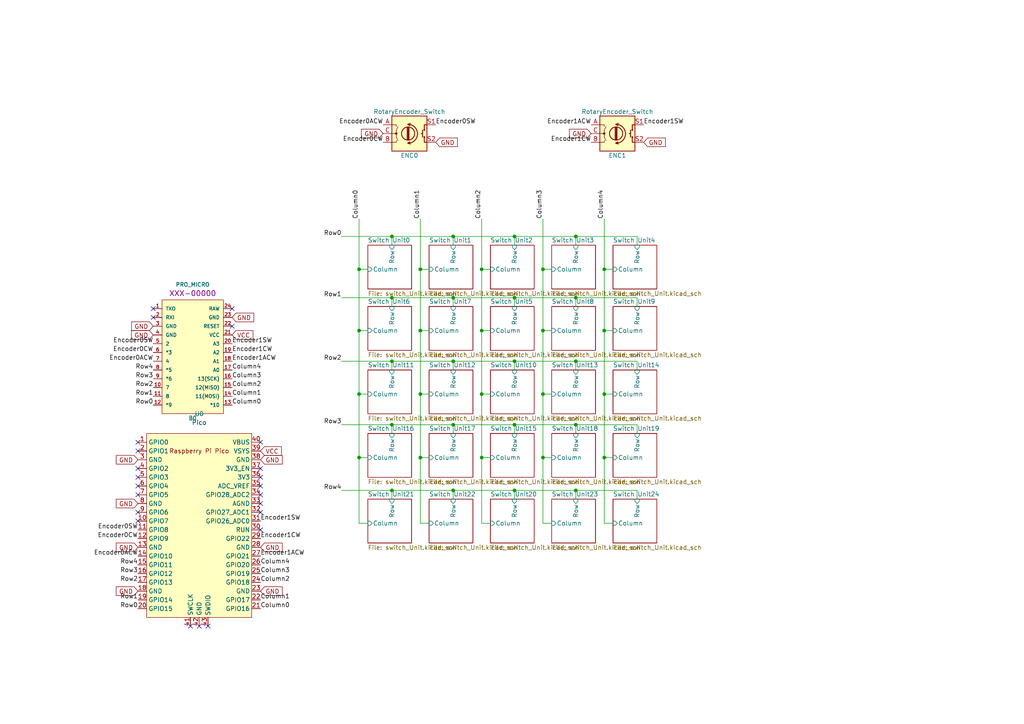
<source format=kicad_sch>
(kicad_sch (version 20211123) (generator eeschema)
  (paper "A4")
  (lib_symbols
    (symbol "Device:RotaryEncoder_Switch" (pin_names (offset 0.254) hide)
      (property "Reference" "SW" (at 0 6.604 0))
      (property "Value" "RotaryEncoder_Switch" (at 0 -6.604 0))
      (symbol "RotaryEncoder_Switch_0_1"
        (rectangle (start -5.08 5.08) (end 5.08 -5.08) (stroke (width 0.254)) (fill (type background)))
        (circle (center -3.81 0) (radius 0.254) (fill (type outline)))
        (arc (start -0.381 -2.794) (mid 2.3622 -0.0635) (end -0.381 2.667) (stroke (width 0.254)))
        (circle (center -0.381 0) (radius 1.905) (stroke (width 0.254)))
        (polyline (pts (xy -0.635 -1.778) (xy -0.635 1.778)) (stroke (width 0.254)))
        (polyline (pts (xy -0.381 -1.778) (xy -0.381 1.778)) (stroke (width 0.254)))
        (polyline (pts (xy -0.127 1.778) (xy -0.127 -1.778)) (stroke (width 0.254)))
        (polyline (pts (xy 3.81 0) (xy 3.429 0)) (stroke (width 0.254)))
        (polyline (pts (xy 3.81 1.016) (xy 3.81 -1.016)) (stroke (width 0.254)))
        (polyline (pts (xy -5.08 -2.54) (xy -3.81 -2.54) (xy -3.81 -2.032)))
        (polyline (pts (xy -5.08 2.54) (xy -3.81 2.54) (xy -3.81 2.032)))
        (polyline (pts (xy 0.254 -3.048) (xy -0.508 -2.794) (xy 0.127 -2.413)) (stroke (width 0.254)))
        (polyline (pts (xy 0.254 2.921) (xy -0.508 2.667) (xy 0.127 2.286)) (stroke (width 0.254)))
        (polyline (pts (xy 5.08 -2.54) (xy 4.318 -2.54) (xy 4.318 -1.016)) (stroke (width 0.254)))
        (polyline (pts (xy 5.08 2.54) (xy 4.318 2.54) (xy 4.318 1.016)) (stroke (width 0.254)))
        (polyline (pts (xy -5.08 0) (xy -3.81 0) (xy -3.81 -1.016) (xy -3.302 -2.032)))
        (polyline (pts (xy -4.318 0) (xy -3.81 0) (xy -3.81 1.016) (xy -3.302 2.032)))
        (circle (center 4.318 -1.016) (radius 0.127) (stroke (width 0.254)))
        (circle (center 4.318 1.016) (radius 0.127) (stroke (width 0.254)))
      )
      (symbol "RotaryEncoder_Switch_1_1"
        (pin passive line (at -7.62 2.54 0) (length 2.54) (name "A") (number "A"))
        (pin passive line (at -7.62 -2.54 0) (length 2.54) (name "B") (number "B"))
        (pin passive line (at -7.62 0 0) (length 2.54) (name "C") (number "C"))
        (pin passive line (at 7.62 2.54 180) (length 2.54) (name "S1") (number "S1"))
        (pin passive line (at 7.62 -2.54 180) (length 2.54) (name "S2") (number "S2"))
      )
    )
    (symbol "MCU_RaspberryPi_and_Boards:Pico"
      (property "Reference" "U" (at -13.97 27.94 0))
      (property "Value" "Pico" (at 0 19.05 0))
      (symbol "Pico_0_0"
        (text "Raspberry Pi Pico" (at 0 21.59 0) (effects (font (size 1.27 1.27))))
      )
      (symbol "Pico_0_1"
        (rectangle (start -15.24 26.67) (end 15.24 -26.67) (fill (type background)))
      )
      (symbol "Pico_1_1"
        (pin bidirectional line (at -17.78 24.13 0) (length 2.54) (name "GPIO0") (number "1"))
        (pin bidirectional line (at -17.78 1.27 0) (length 2.54) (name "GPIO7") (number "10"))
        (pin bidirectional line (at -17.78 -1.27 0) (length 2.54) (name "GPIO8") (number "11"))
        (pin bidirectional line (at -17.78 -3.81 0) (length 2.54) (name "GPIO9") (number "12"))
        (pin power_in line (at -17.78 -6.35 0) (length 2.54) (name "GND") (number "13"))
        (pin bidirectional line (at -17.78 -8.89 0) (length 2.54) (name "GPIO10") (number "14"))
        (pin bidirectional line (at -17.78 -11.43 0) (length 2.54) (name "GPIO11") (number "15"))
        (pin bidirectional line (at -17.78 -13.97 0) (length 2.54) (name "GPIO12") (number "16"))
        (pin bidirectional line (at -17.78 -16.51 0) (length 2.54) (name "GPIO13") (number "17"))
        (pin power_in line (at -17.78 -19.05 0) (length 2.54) (name "GND") (number "18"))
        (pin bidirectional line (at -17.78 -21.59 0) (length 2.54) (name "GPIO14") (number "19"))
        (pin bidirectional line (at -17.78 21.59 0) (length 2.54) (name "GPIO1") (number "2"))
        (pin bidirectional line (at -17.78 -24.13 0) (length 2.54) (name "GPIO15") (number "20"))
        (pin bidirectional line (at 17.78 -24.13 180) (length 2.54) (name "GPIO16") (number "21"))
        (pin bidirectional line (at 17.78 -21.59 180) (length 2.54) (name "GPIO17") (number "22"))
        (pin power_in line (at 17.78 -19.05 180) (length 2.54) (name "GND") (number "23"))
        (pin bidirectional line (at 17.78 -16.51 180) (length 2.54) (name "GPIO18") (number "24"))
        (pin bidirectional line (at 17.78 -13.97 180) (length 2.54) (name "GPIO19") (number "25"))
        (pin bidirectional line (at 17.78 -11.43 180) (length 2.54) (name "GPIO20") (number "26"))
        (pin bidirectional line (at 17.78 -8.89 180) (length 2.54) (name "GPIO21") (number "27"))
        (pin power_in line (at 17.78 -6.35 180) (length 2.54) (name "GND") (number "28"))
        (pin bidirectional line (at 17.78 -3.81 180) (length 2.54) (name "GPIO22") (number "29"))
        (pin power_in line (at -17.78 19.05 0) (length 2.54) (name "GND") (number "3"))
        (pin input line (at 17.78 -1.27 180) (length 2.54) (name "RUN") (number "30"))
        (pin bidirectional line (at 17.78 1.27 180) (length 2.54) (name "GPIO26_ADC0") (number "31"))
        (pin bidirectional line (at 17.78 3.81 180) (length 2.54) (name "GPIO27_ADC1") (number "32"))
        (pin power_in line (at 17.78 6.35 180) (length 2.54) (name "AGND") (number "33"))
        (pin bidirectional line (at 17.78 8.89 180) (length 2.54) (name "GPIO28_ADC2") (number "34"))
        (pin power_in line (at 17.78 11.43 180) (length 2.54) (name "ADC_VREF") (number "35"))
        (pin power_in line (at 17.78 13.97 180) (length 2.54) (name "3V3") (number "36"))
        (pin input line (at 17.78 16.51 180) (length 2.54) (name "3V3_EN") (number "37"))
        (pin bidirectional line (at 17.78 19.05 180) (length 2.54) (name "GND") (number "38"))
        (pin power_in line (at 17.78 21.59 180) (length 2.54) (name "VSYS") (number "39"))
        (pin bidirectional line (at -17.78 16.51 0) (length 2.54) (name "GPIO2") (number "4"))
        (pin power_in line (at 17.78 24.13 180) (length 2.54) (name "VBUS") (number "40"))
        (pin input line (at -2.54 -29.21 90) (length 2.54) (name "SWCLK") (number "41"))
        (pin power_in line (at 0 -29.21 90) (length 2.54) (name "GND") (number "42"))
        (pin bidirectional line (at 2.54 -29.21 90) (length 2.54) (name "SWDIO") (number "43"))
        (pin bidirectional line (at -17.78 13.97 0) (length 2.54) (name "GPIO3") (number "5"))
        (pin bidirectional line (at -17.78 11.43 0) (length 2.54) (name "GPIO4") (number "6"))
        (pin bidirectional line (at -17.78 8.89 0) (length 2.54) (name "GPIO5") (number "7"))
        (pin power_in line (at -17.78 6.35 0) (length 2.54) (name "GND") (number "8"))
        (pin bidirectional line (at -17.78 3.81 0) (length 2.54) (name "GPIO6") (number "9"))
      )
    )
    (symbol "SparkFun-Boards:SPARKFUN_PRO_MICRO" (pin_names (offset 1.016))
      (property "Reference" "B" (at -8.89 17.78 0))
      (property "Value" "SPARKFUN_PRO_MICRO" (at -8.89 -19.05 0))
      (property "Field4" "XXX-00000" (at 0 21.59 0))
      (symbol "SPARKFUN_PRO_MICRO_1_1"
        (polyline (pts (xy -8.89 16.51) (xy -8.89 -16.51) (xy 8.89 -16.51) (xy 8.89 16.51) (xy -8.89 16.51)) (fill (type background)))
        (pin bidirectional line (at -11.43 13.97 0) (length 2.54) (name "TXO") (number "1"))
        (pin bidirectional line (at -11.43 -8.89 0) (length 2.54) (name "7") (number "10"))
        (pin bidirectional line (at -11.43 -11.43 0) (length 2.54) (name "8") (number "11"))
        (pin bidirectional line (at -11.43 -13.97 0) (length 2.54) (name "*9") (number "12"))
        (pin bidirectional line (at 11.43 -13.97 180) (length 2.54) (name "*10") (number "13"))
        (pin bidirectional line (at 11.43 -11.43 180) (length 2.54) (name "11(MOSI)") (number "14"))
        (pin bidirectional line (at 11.43 -8.89 180) (length 2.54) (name "12(MISO)") (number "15"))
        (pin bidirectional line (at 11.43 -6.35 180) (length 2.54) (name "13(SCK)") (number "16"))
        (pin bidirectional line (at 11.43 -3.81 180) (length 2.54) (name "A0") (number "17"))
        (pin bidirectional line (at 11.43 -1.27 180) (length 2.54) (name "A1") (number "18"))
        (pin bidirectional line (at 11.43 1.27 180) (length 2.54) (name "A2") (number "19"))
        (pin bidirectional line (at -11.43 11.43 0) (length 2.54) (name "RXI") (number "2"))
        (pin bidirectional line (at 11.43 3.81 180) (length 2.54) (name "A3") (number "20"))
        (pin power_in line (at 11.43 6.35 180) (length 2.54) (name "VCC") (number "21"))
        (pin bidirectional line (at 11.43 8.89 180) (length 2.54) (name "RESET") (number "22"))
        (pin power_in line (at 11.43 11.43 180) (length 2.54) (name "GND") (number "23"))
        (pin power_in line (at 11.43 13.97 180) (length 2.54) (name "RAW") (number "24"))
        (pin power_in line (at -11.43 8.89 0) (length 2.54) (name "GND") (number "3"))
        (pin power_in line (at -11.43 6.35 0) (length 2.54) (name "GND") (number "4"))
        (pin bidirectional line (at -11.43 3.81 0) (length 2.54) (name "2") (number "5"))
        (pin bidirectional line (at -11.43 1.27 0) (length 2.54) (name "*3") (number "6"))
        (pin bidirectional line (at -11.43 -1.27 0) (length 2.54) (name "4") (number "7"))
        (pin bidirectional line (at -11.43 -3.81 0) (length 2.54) (name "*5") (number "8"))
        (pin bidirectional line (at -11.43 -6.35 0) (length 2.54) (name "*6") (number "9"))
      )
    )
  )
  (junction (at 167.005 86.36))
  (junction (at 131.445 123.19))
  (junction (at 113.665 68.58))
  (junction (at 121.92 114.3))
  (junction (at 167.005 142.24))
  (junction (at 157.48 95.885))
  (junction (at 167.005 68.58))
  (junction (at 149.225 86.36))
  (junction (at 121.92 95.885))
  (junction (at 104.14 114.3))
  (junction (at 149.225 123.19))
  (junction (at 149.225 104.775))
  (junction (at 104.14 132.715))
  (junction (at 121.92 132.715))
  (junction (at 175.26 114.3))
  (junction (at 131.445 86.36))
  (junction (at 157.48 78.105))
  (junction (at 175.26 95.885))
  (junction (at 139.7 132.715))
  (junction (at 113.665 104.775))
  (junction (at 167.005 104.775))
  (junction (at 175.26 78.105))
  (junction (at 175.26 132.715))
  (junction (at 131.445 104.775))
  (junction (at 149.225 142.24))
  (junction (at 113.665 86.36))
  (junction (at 139.7 114.3))
  (junction (at 113.665 142.24))
  (junction (at 121.92 78.105))
  (junction (at 139.7 95.885))
  (junction (at 149.225 68.58))
  (junction (at 157.48 132.715))
  (junction (at 167.005 123.19))
  (junction (at 157.48 114.3))
  (junction (at 139.7 78.105))
  (junction (at 113.665 123.19))
  (junction (at 131.445 142.24))
  (junction (at 104.14 95.885))
  (junction (at 104.14 78.105))
  (junction (at 131.445 68.58))
  (no_connect (at 67.31 89.535))
  (no_connect (at 67.31 94.615))
  (no_connect (at 40.005 128.27))
  (no_connect (at 40.005 130.81))
  (no_connect (at 44.45 89.535))
  (no_connect (at 44.45 92.075))
  (no_connect (at 75.565 128.27))
  (no_connect (at 40.005 140.97))
  (no_connect (at 40.005 135.89))
  (no_connect (at 40.005 138.43))
  (no_connect (at 60.325 181.61))
  (no_connect (at 57.785 181.61))
  (no_connect (at 55.245 181.61))
  (no_connect (at 40.005 151.13))
  (no_connect (at 40.005 148.59))
  (no_connect (at 40.005 143.51))
  (no_connect (at 75.565 153.67))
  (no_connect (at 75.565 138.43))
  (no_connect (at 75.565 146.05))
  (no_connect (at 75.565 143.51))
  (no_connect (at 75.565 140.97))
  (no_connect (at 75.565 148.59))
  (no_connect (at 75.565 135.89))
  (wire (pts (xy 131.445 104.775) (xy 131.445 107.315)))
  (wire (pts (xy 131.445 86.36) (xy 131.445 88.9)))
  (wire (pts (xy 113.665 123.19) (xy 113.665 125.73)))
  (wire (pts (xy 157.48 114.3) (xy 157.48 132.715)))
  (wire (pts (xy 167.005 104.775) (xy 167.005 107.315)))
  (wire (pts (xy 139.7 132.715) (xy 142.24 132.715)))
  (wire (pts (xy 149.225 142.24) (xy 167.005 142.24)))
  (wire (pts (xy 184.785 107.315) (xy 184.785 104.775)))
  (wire (pts (xy 113.665 123.19) (xy 131.445 123.19)))
  (wire (pts (xy 167.005 142.24) (xy 184.785 142.24)))
  (wire (pts (xy 175.26 95.885) (xy 175.26 114.3)))
  (wire (pts (xy 104.14 95.885) (xy 106.68 95.885)))
  (wire (pts (xy 131.445 104.775) (xy 149.225 104.775)))
  (wire (pts (xy 167.005 68.58) (xy 184.785 68.58)))
  (wire (pts (xy 149.225 123.19) (xy 149.225 125.73)))
  (wire (pts (xy 175.26 78.105) (xy 177.8 78.105)))
  (wire (pts (xy 157.48 151.765) (xy 160.02 151.765)))
  (wire (pts (xy 167.005 86.36) (xy 184.785 86.36)))
  (wire (pts (xy 139.7 132.715) (xy 139.7 151.765)))
  (wire (pts (xy 139.7 78.105) (xy 139.7 95.885)))
  (wire (pts (xy 121.92 95.885) (xy 124.46 95.885)))
  (wire (pts (xy 113.665 86.36) (xy 113.665 88.9)))
  (wire (pts (xy 104.14 132.715) (xy 106.68 132.715)))
  (wire (pts (xy 121.92 78.105) (xy 121.92 95.885)))
  (wire (pts (xy 175.26 63.5) (xy 175.26 78.105)))
  (wire (pts (xy 139.7 95.885) (xy 139.7 114.3)))
  (wire (pts (xy 104.14 132.715) (xy 104.14 151.765)))
  (wire (pts (xy 104.14 114.3) (xy 106.68 114.3)))
  (wire (pts (xy 104.14 95.885) (xy 104.14 114.3)))
  (wire (pts (xy 104.14 151.765) (xy 106.68 151.765)))
  (wire (pts (xy 157.48 63.5) (xy 157.48 78.105)))
  (wire (pts (xy 99.06 142.24) (xy 113.665 142.24)))
  (wire (pts (xy 99.06 86.36) (xy 113.665 86.36)))
  (wire (pts (xy 139.7 114.3) (xy 139.7 132.715)))
  (wire (pts (xy 104.14 114.3) (xy 104.14 132.715)))
  (wire (pts (xy 121.92 63.5) (xy 121.92 78.105)))
  (wire (pts (xy 113.665 142.24) (xy 131.445 142.24)))
  (wire (pts (xy 113.665 68.58) (xy 131.445 68.58)))
  (wire (pts (xy 139.7 63.5) (xy 139.7 78.105)))
  (wire (pts (xy 184.785 144.78) (xy 184.785 142.24)))
  (wire (pts (xy 139.7 78.105) (xy 142.24 78.105)))
  (wire (pts (xy 121.92 132.715) (xy 124.46 132.715)))
  (wire (pts (xy 131.445 123.19) (xy 131.445 125.73)))
  (wire (pts (xy 99.06 104.775) (xy 113.665 104.775)))
  (wire (pts (xy 139.7 151.765) (xy 142.24 151.765)))
  (wire (pts (xy 149.225 68.58) (xy 167.005 68.58)))
  (wire (pts (xy 184.785 125.73) (xy 184.785 123.19)))
  (wire (pts (xy 131.445 142.24) (xy 131.445 144.78)))
  (wire (pts (xy 121.92 132.715) (xy 121.92 151.765)))
  (wire (pts (xy 104.14 63.5) (xy 104.14 78.105)))
  (wire (pts (xy 149.225 123.19) (xy 167.005 123.19)))
  (wire (pts (xy 175.26 95.885) (xy 177.8 95.885)))
  (wire (pts (xy 167.005 104.775) (xy 184.785 104.775)))
  (wire (pts (xy 175.26 132.715) (xy 177.8 132.715)))
  (wire (pts (xy 157.48 114.3) (xy 160.02 114.3)))
  (wire (pts (xy 113.665 86.36) (xy 131.445 86.36)))
  (wire (pts (xy 99.06 68.58) (xy 113.665 68.58)))
  (wire (pts (xy 157.48 78.105) (xy 160.02 78.105)))
  (wire (pts (xy 113.665 142.24) (xy 113.665 144.78)))
  (wire (pts (xy 167.005 123.19) (xy 167.005 125.73)))
  (wire (pts (xy 113.665 68.58) (xy 113.665 71.12)))
  (wire (pts (xy 184.785 88.9) (xy 184.785 86.36)))
  (wire (pts (xy 184.785 71.12) (xy 184.785 68.58)))
  (wire (pts (xy 175.26 78.105) (xy 175.26 95.885)))
  (wire (pts (xy 104.14 78.105) (xy 104.14 95.885)))
  (wire (pts (xy 131.445 123.19) (xy 149.225 123.19)))
  (wire (pts (xy 149.225 104.775) (xy 167.005 104.775)))
  (wire (pts (xy 157.48 95.885) (xy 160.02 95.885)))
  (wire (pts (xy 149.225 68.58) (xy 149.225 71.12)))
  (wire (pts (xy 131.445 86.36) (xy 149.225 86.36)))
  (wire (pts (xy 121.92 78.105) (xy 124.46 78.105)))
  (wire (pts (xy 149.225 142.24) (xy 149.225 144.78)))
  (wire (pts (xy 131.445 142.24) (xy 149.225 142.24)))
  (wire (pts (xy 113.665 104.775) (xy 113.665 107.315)))
  (wire (pts (xy 157.48 95.885) (xy 157.48 114.3)))
  (wire (pts (xy 167.005 68.58) (xy 167.005 71.12)))
  (wire (pts (xy 99.06 123.19) (xy 113.665 123.19)))
  (wire (pts (xy 157.48 78.105) (xy 157.48 95.885)))
  (wire (pts (xy 167.005 86.36) (xy 167.005 88.9)))
  (wire (pts (xy 175.26 114.3) (xy 175.26 132.715)))
  (wire (pts (xy 167.005 142.24) (xy 167.005 144.78)))
  (wire (pts (xy 175.26 114.3) (xy 177.8 114.3)))
  (wire (pts (xy 113.665 104.775) (xy 131.445 104.775)))
  (wire (pts (xy 104.14 78.105) (xy 106.68 78.105)))
  (wire (pts (xy 131.445 68.58) (xy 131.445 71.12)))
  (wire (pts (xy 121.92 114.3) (xy 121.92 132.715)))
  (wire (pts (xy 121.92 95.885) (xy 121.92 114.3)))
  (wire (pts (xy 157.48 132.715) (xy 157.48 151.765)))
  (wire (pts (xy 121.92 151.765) (xy 124.46 151.765)))
  (wire (pts (xy 149.225 86.36) (xy 149.225 88.9)))
  (wire (pts (xy 175.26 151.765) (xy 177.8 151.765)))
  (wire (pts (xy 139.7 95.885) (xy 142.24 95.885)))
  (wire (pts (xy 121.92 114.3) (xy 124.46 114.3)))
  (wire (pts (xy 157.48 132.715) (xy 160.02 132.715)))
  (wire (pts (xy 149.225 104.775) (xy 149.225 107.315)))
  (wire (pts (xy 167.005 123.19) (xy 184.785 123.19)))
  (wire (pts (xy 175.26 132.715) (xy 175.26 151.765)))
  (wire (pts (xy 139.7 114.3) (xy 142.24 114.3)))
  (wire (pts (xy 149.225 86.36) (xy 167.005 86.36)))
  (wire (pts (xy 131.445 68.58) (xy 149.225 68.58)))
  (label "Row4" (at 99.06 142.24 180))
  (label "Encoder0ACW" (at 44.45 104.775 180))
  (label "Row0" (at 99.06 68.58 180))
  (label "Row0" (at 44.45 117.475 180))
  (label "Row4" (at 44.45 107.315 180))
  (label "Column0" (at 104.14 63.5 90))
  (label "Encoder1CW" (at 171.45 41.275 180))
  (label "Encoder0ACW" (at 111.125 36.195 180))
  (label "Encoder0ACW" (at 40.005 161.29 180))
  (label "Row3" (at 40.005 166.37 180))
  (label "Column1" (at 75.565 173.99 0))
  (label "Row2" (at 44.45 112.395 180))
  (label "Encoder1CW" (at 75.565 156.21 0))
  (label "Column3" (at 75.565 166.37 0))
  (label "Encoder1ACW" (at 75.565 161.29 0))
  (label "Column1" (at 67.31 114.935 0))
  (label "Row3" (at 44.45 109.855 180))
  (label "Row3" (at 99.06 123.19 180))
  (label "Row1" (at 44.45 114.935 180))
  (label "Column0" (at 67.31 117.475 0))
  (label "Column0" (at 75.565 176.53 0))
  (label "Encoder0SW" (at 40.005 153.67 180))
  (label "Encoder1SW" (at 186.69 36.195 0))
  (label "Column4" (at 67.31 107.315 0))
  (label "Row1" (at 40.005 173.99 180))
  (label "Column3" (at 157.48 63.5 90))
  (label "Column3" (at 67.31 109.855 0))
  (label "Encoder1ACW" (at 171.45 36.195 180))
  (label "Row0" (at 40.005 176.53 180))
  (label "Encoder0SW" (at 44.45 99.695 180))
  (label "Encoder1SW" (at 67.31 99.695 0))
  (label "Row2" (at 40.005 168.91 180))
  (label "Encoder1ACW" (at 67.31 104.775 0))
  (label "Column4" (at 75.565 163.83 0))
  (label "Column2" (at 139.7 63.5 90))
  (label "Encoder1CW" (at 67.31 102.235 0))
  (label "Encoder0CW" (at 111.125 41.275 180))
  (label "Encoder0CW" (at 44.45 102.235 180))
  (label "Column1" (at 121.92 63.5 90))
  (label "Column2" (at 67.31 112.395 0))
  (label "Row4" (at 40.005 163.83 180))
  (label "Encoder0SW" (at 126.365 36.195 0))
  (label "Row1" (at 99.06 86.36 180))
  (label "Encoder1SW" (at 75.565 151.13 0))
  (label "Row2" (at 99.06 104.775 180))
  (label "Column2" (at 75.565 168.91 0))
  (label "Column4" (at 175.26 63.5 90))
  (label "Encoder0CW" (at 40.005 156.21 180))
  (global_label "VCC" (shape input) (at 67.31 97.155 0) (property "Intersheet References" "${INTERSHEET_REFS}" (effects hide)))
  (global_label "GND" (shape input) (at 44.45 94.615 180) (property "Intersheet References" "${INTERSHEET_REFS}" (effects hide)))
  (global_label "GND" (shape input) (at 75.565 133.35 0) (property "Intersheet References" "${INTERSHEET_REFS}" (effects hide)))
  (global_label "GND" (shape input) (at 40.005 171.45 180) (property "Intersheet References" "${INTERSHEET_REFS}" (effects hide)))
  (global_label "GND" (shape input) (at 75.565 158.75 0) (property "Intersheet References" "${INTERSHEET_REFS}" (effects hide)))
  (global_label "GND" (shape input) (at 126.365 41.275 0) (property "Intersheet References" "${INTERSHEET_REFS}" (effects hide)))
  (global_label "GND" (shape input) (at 40.005 158.75 180) (property "Intersheet References" "${INTERSHEET_REFS}" (effects hide)))
  (global_label "GND" (shape input) (at 40.005 146.05 180) (property "Intersheet References" "${INTERSHEET_REFS}" (effects hide)))
  (global_label "GND" (shape input) (at 40.005 133.35 180) (property "Intersheet References" "${INTERSHEET_REFS}" (effects hide)))
  (global_label "GND" (shape input) (at 186.69 41.275 0) (property "Intersheet References" "${INTERSHEET_REFS}" (effects hide)))
  (global_label "VCC" (shape input) (at 75.565 130.81 0) (property "Intersheet References" "${INTERSHEET_REFS}" (effects hide)))
  (global_label "GND" (shape input) (at 171.45 38.735 180) (property "Intersheet References" "${INTERSHEET_REFS}" (effects hide)))
  (global_label "GND" (shape input) (at 75.565 171.45 0) (property "Intersheet References" "${INTERSHEET_REFS}" (effects hide)))
  (global_label "GND" (shape input) (at 44.45 97.155 180) (property "Intersheet References" "${INTERSHEET_REFS}" (effects hide)))
  (global_label "GND" (shape input) (at 67.31 92.075 0) (property "Intersheet References" "${INTERSHEET_REFS}" (effects hide)))
  (global_label "GND" (shape input) (at 111.125 38.735 180) (property "Intersheet References" "${INTERSHEET_REFS}" (effects hide)))
  (symbol (lib_id "Device:RotaryEncoder_Switch") (at 179.07 38.735 0) (unit 1)
    (property "Reference" "ENC1" (at 179.07 45.085 0))
    (property "Value" "RotaryEncoder_Switch" (at 179.07 32.385 0))
    (property "Footprint" "Rotary_Encoder:RotaryEncoder_Alps_EC11E-Switch_Vertical_H20mm" (effects hide))
  )
  (symbol (lib_id "Device:RotaryEncoder_Switch") (at 118.745 38.735 0) (unit 1)
    (property "Reference" "ENC0" (at 118.745 45.085 0))
    (property "Value" "RotaryEncoder_Switch" (at 118.745 32.385 0))
    (property "Footprint" "Rotary_Encoder:RotaryEncoder_Alps_EC11E-Switch_Vertical_H20mm" (effects hide))
  )
  (symbol (lib_id "SparkFun-Boards:SPARKFUN_PRO_MICRO") (at 55.88 103.505 0) (unit 1)
    (property "Reference" "B0" (at 55.88 121.285 0) (effects (font (size 1.143 1.143))))
    (property "Value" "PRO_MICRO" (at 55.88 82.55 0) (effects (font (size 1.143 1.143))))
    (property "Footprint" "Boards:SPARKFUN_PRO_MICRO" (effects hide))
    (property "Field4" "XXX-00000" (at 55.88 85.09 0) (effects (font (size 1.524 1.524))))
  )
  (symbol (lib_id "MCU_RaspberryPi_and_Boards:Pico") (at 57.785 152.4 0) (unit 1)
    (property "Reference" "U0" (at 57.785 120.015 0))
    (property "Value" "Pico" (at 57.785 122.555 0))
    (property "Footprint" "MCU_RaspberryPi_and_Boards:RPi_Pico_SMD_TH" (effects hide))
  )
  (sheet (at 142.24 107.315) (size 12.7 12.7) (stroke (width 0.1524))
    (property "Sheet name" "Switch Unit10" (at 142.24 106.6034 0) (effects (justify left bottom)))
    (property "Sheet file" "switch_Unit.kicad_sch" (at 142.24 120.5996 0) (effects (justify left top)))
    (pin "Row" input (at 149.225 107.315 90))
    (pin "Column" input (at 142.24 114.3 180))
  )
  (sheet (at 142.24 144.78) (size 12.7 12.7) (stroke (width 0.1524))
    (property "Sheet name" "Switch Unit20" (at 142.24 144.0684 0) (effects (justify left bottom)))
    (property "Sheet file" "switch_Unit.kicad_sch" (at 142.24 158.0646 0) (effects (justify left top)))
    (pin "Row" input (at 149.225 144.78 90))
    (pin "Column" input (at 142.24 151.765 180))
  )
  (sheet (at 124.46 107.315) (size 12.7 12.7) (stroke (width 0.1524))
    (property "Sheet name" "Switch Unit12" (at 124.46 106.6034 0) (effects (justify left bottom)))
    (property "Sheet file" "switch_Unit.kicad_sch" (at 124.46 120.5996 0) (effects (justify left top)))
    (pin "Row" input (at 131.445 107.315 90))
    (pin "Column" input (at 124.46 114.3 180))
  )
  (sheet (at 160.02 107.315) (size 12.7 12.7) (stroke (width 0.1524))
    (property "Sheet name" "Switch Unit13" (at 160.02 106.6034 0) (effects (justify left bottom)))
    (property "Sheet file" "switch_Unit.kicad_sch" (at 160.02 120.5996 0) (effects (justify left top)))
    (pin "Row" input (at 167.005 107.315 90))
    (pin "Column" input (at 160.02 114.3 180))
  )
  (sheet (at 177.8 107.315) (size 12.7 12.7) (stroke (width 0.1524))
    (property "Sheet name" "Switch Unit14" (at 177.8 106.6034 0) (effects (justify left bottom)))
    (property "Sheet file" "switch_Unit.kicad_sch" (at 177.8 120.5996 0) (effects (justify left top)))
    (pin "Row" input (at 184.785 107.315 90))
    (pin "Column" input (at 177.8 114.3 180))
  )
  (sheet (at 177.8 144.78) (size 12.7 12.7) (stroke (width 0.1524))
    (property "Sheet name" "Switch Unit24" (at 177.8 144.0684 0) (effects (justify left bottom)))
    (property "Sheet file" "switch_Unit.kicad_sch" (at 177.8 158.0646 0) (effects (justify left top)))
    (pin "Row" input (at 184.785 144.78 90))
    (pin "Column" input (at 177.8 151.765 180))
  )
  (sheet (at 106.68 88.9) (size 12.7 12.7) (stroke (width 0.1524))
    (property "Sheet name" "Switch Unit6" (at 106.68 88.1884 0) (effects (justify left bottom)))
    (property "Sheet file" "switch_Unit.kicad_sch" (at 106.68 102.1846 0) (effects (justify left top)))
    (pin "Row" input (at 113.665 88.9 90))
    (pin "Column" input (at 106.68 95.885 180))
  )
  (sheet (at 160.02 88.9) (size 12.7 12.7) (stroke (width 0.1524))
    (property "Sheet name" "Switch Unit8" (at 160.02 88.1884 0) (effects (justify left bottom)))
    (property "Sheet file" "switch_Unit.kicad_sch" (at 160.02 102.1846 0) (effects (justify left top)))
    (pin "Row" input (at 167.005 88.9 90))
    (pin "Column" input (at 160.02 95.885 180))
  )
  (sheet (at 124.46 71.12) (size 12.7 12.7) (stroke (width 0.1524))
    (property "Sheet name" "Switch Unit1" (at 124.46 70.4084 0) (effects (justify left bottom)))
    (property "Sheet file" "switch_Unit.kicad_sch" (at 124.46 84.4046 0) (effects (justify left top)))
    (pin "Row" input (at 131.445 71.12 90))
    (pin "Column" input (at 124.46 78.105 180))
  )
  (sheet (at 142.24 71.12) (size 12.7 12.7) (stroke (width 0.1524))
    (property "Sheet name" "Switch Unit2" (at 142.24 70.4084 0) (effects (justify left bottom)))
    (property "Sheet file" "switch_Unit.kicad_sch" (at 142.24 84.4046 0) (effects (justify left top)))
    (pin "Row" input (at 149.225 71.12 90))
    (pin "Column" input (at 142.24 78.105 180))
  )
  (sheet (at 124.46 125.73) (size 12.7 12.7) (stroke (width 0.1524))
    (property "Sheet name" "Switch Unit17" (at 124.46 125.0184 0) (effects (justify left bottom)))
    (property "Sheet file" "switch_Unit.kicad_sch" (at 124.46 139.0146 0) (effects (justify left top)))
    (pin "Row" input (at 131.445 125.73 90))
    (pin "Column" input (at 124.46 132.715 180))
  )
  (sheet (at 160.02 144.78) (size 12.7 12.7) (stroke (width 0.1524))
    (property "Sheet name" "Switch Unit23" (at 160.02 144.0684 0) (effects (justify left bottom)))
    (property "Sheet file" "switch_Unit.kicad_sch" (at 160.02 158.0646 0) (effects (justify left top)))
    (pin "Row" input (at 167.005 144.78 90))
    (pin "Column" input (at 160.02 151.765 180))
  )
  (sheet (at 106.68 144.78) (size 12.7 12.7) (stroke (width 0.1524))
    (property "Sheet name" "Switch Unit21" (at 106.68 144.0684 0) (effects (justify left bottom)))
    (property "Sheet file" "switch_Unit.kicad_sch" (at 106.68 158.0646 0) (effects (justify left top)))
    (pin "Row" input (at 113.665 144.78 90))
    (pin "Column" input (at 106.68 151.765 180))
  )
  (sheet (at 106.68 71.12) (size 12.7 12.7) (stroke (width 0.1524))
    (property "Sheet name" "Switch Unit0" (at 106.68 70.4084 0) (effects (justify left bottom)))
    (property "Sheet file" "switch_Unit.kicad_sch" (at 106.68 84.4046 0) (effects (justify left top)))
    (pin "Row" input (at 113.665 71.12 90))
    (pin "Column" input (at 106.68 78.105 180))
  )
  (sheet (at 106.68 107.315) (size 12.7 12.7) (stroke (width 0.1524))
    (property "Sheet name" "Switch Unit11" (at 106.68 106.6034 0) (effects (justify left bottom)))
    (property "Sheet file" "switch_Unit.kicad_sch" (at 106.68 120.5996 0) (effects (justify left top)))
    (pin "Row" input (at 113.665 107.315 90))
    (pin "Column" input (at 106.68 114.3 180))
  )
  (sheet (at 160.02 125.73) (size 12.7 12.7) (stroke (width 0.1524))
    (property "Sheet name" "Switch Unit18" (at 160.02 125.0184 0) (effects (justify left bottom)))
    (property "Sheet file" "switch_Unit.kicad_sch" (at 160.02 139.0146 0) (effects (justify left top)))
    (pin "Row" input (at 167.005 125.73 90))
    (pin "Column" input (at 160.02 132.715 180))
  )
  (sheet (at 160.02 71.12) (size 12.7 12.7) (stroke (width 0.1524))
    (property "Sheet name" "Switch Unit3" (at 160.02 70.4084 0) (effects (justify left bottom)))
    (property "Sheet file" "switch_Unit.kicad_sch" (at 160.02 84.4046 0) (effects (justify left top)))
    (pin "Row" input (at 167.005 71.12 90))
    (pin "Column" input (at 160.02 78.105 180))
  )
  (sheet (at 106.68 125.73) (size 12.7 12.7) (stroke (width 0.1524))
    (property "Sheet name" "Switch Unit16" (at 106.68 125.0184 0) (effects (justify left bottom)))
    (property "Sheet file" "switch_Unit.kicad_sch" (at 106.68 139.0146 0) (effects (justify left top)))
    (pin "Row" input (at 113.665 125.73 90))
    (pin "Column" input (at 106.68 132.715 180))
  )
  (sheet (at 177.8 71.12) (size 12.7 12.7) (stroke (width 0.1524))
    (property "Sheet name" "Switch Unit4" (at 177.8 70.4084 0) (effects (justify left bottom)))
    (property "Sheet file" "switch_Unit.kicad_sch" (at 177.8 84.4046 0) (effects (justify left top)))
    (pin "Row" input (at 184.785 71.12 90))
    (pin "Column" input (at 177.8 78.105 180))
  )
  (sheet (at 142.24 88.9) (size 12.7 12.7) (stroke (width 0.1524))
    (property "Sheet name" "Switch Unit5" (at 142.24 88.1884 0) (effects (justify left bottom)))
    (property "Sheet file" "switch_Unit.kicad_sch" (at 142.24 102.1846 0) (effects (justify left top)))
    (pin "Row" input (at 149.225 88.9 90))
    (pin "Column" input (at 142.24 95.885 180))
  )
  (sheet (at 124.46 144.78) (size 12.7 12.7) (stroke (width 0.1524))
    (property "Sheet name" "Switch Unit22" (at 124.46 144.0684 0) (effects (justify left bottom)))
    (property "Sheet file" "switch_Unit.kicad_sch" (at 124.46 158.0646 0) (effects (justify left top)))
    (pin "Row" input (at 131.445 144.78 90))
    (pin "Column" input (at 124.46 151.765 180))
  )
  (sheet (at 177.8 125.73) (size 12.7 12.7) (stroke (width 0.1524))
    (property "Sheet name" "Switch Unit19" (at 177.8 125.0184 0) (effects (justify left bottom)))
    (property "Sheet file" "switch_Unit.kicad_sch" (at 177.8 139.0146 0) (effects (justify left top)))
    (pin "Row" input (at 184.785 125.73 90))
    (pin "Column" input (at 177.8 132.715 180))
  )
  (sheet (at 177.8 88.9) (size 12.7 12.7) (stroke (width 0.1524))
    (property "Sheet name" "Switch Unit9" (at 177.8 88.1884 0) (effects (justify left bottom)))
    (property "Sheet file" "switch_Unit.kicad_sch" (at 177.8 102.1846 0) (effects (justify left top)))
    (pin "Row" input (at 184.785 88.9 90))
    (pin "Column" input (at 177.8 95.885 180))
  )
  (sheet (at 142.24 125.73) (size 12.7 12.7) (stroke (width 0.1524))
    (property "Sheet name" "Switch Unit15" (at 142.24 125.0184 0) (effects (justify left bottom)))
    (property "Sheet file" "switch_Unit.kicad_sch" (at 142.24 139.0146 0) (effects (justify left top)))
    (pin "Row" input (at 149.225 125.73 90))
    (pin "Column" input (at 142.24 132.715 180))
  )
  (sheet (at 124.46 88.9) (size 12.7 12.7) (stroke (width 0.1524))
    (property "Sheet name" "Switch Unit7" (at 124.46 88.1884 0) (effects (justify left bottom)))
    (property "Sheet file" "switch_Unit.kicad_sch" (at 124.46 102.1846 0) (effects (justify left top)))
    (pin "Row" input (at 131.445 88.9 90))
    (pin "Column" input (at 124.46 95.885 180))
  )
)
</source>
